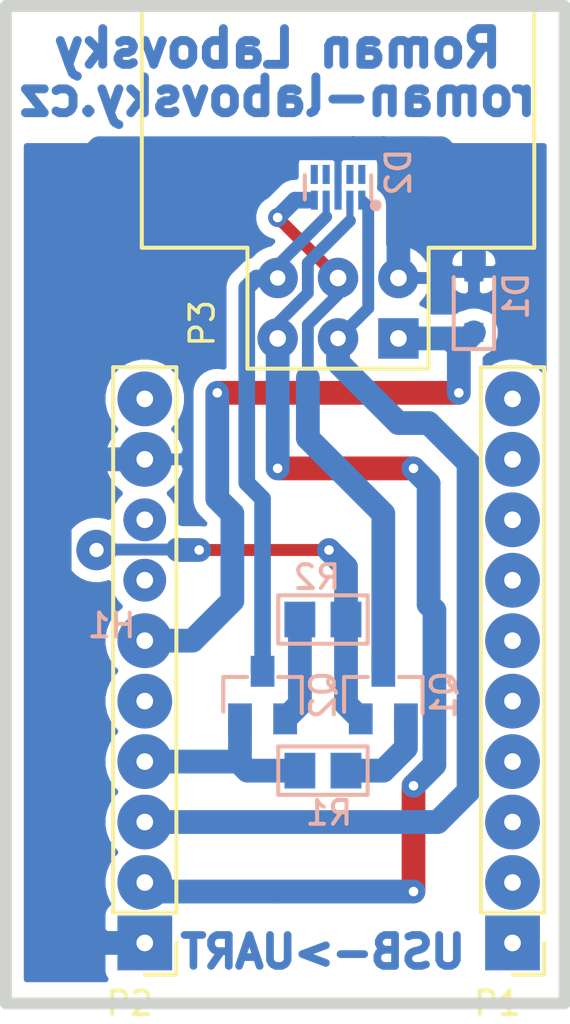
<source format=kicad_pcb>
(kicad_pcb (version 20171130) (host pcbnew "(5.1.6)-1")

  (general
    (thickness 1.6)
    (drawings 8)
    (tracks 124)
    (zones 0)
    (modules 10)
    (nets 29)
  )

  (page A4)
  (layers
    (0 F.Cu signal)
    (31 B.Cu signal)
    (32 B.Adhes user)
    (33 F.Adhes user)
    (34 B.Paste user)
    (35 F.Paste user)
    (36 B.SilkS user)
    (37 F.SilkS user)
    (38 B.Mask user hide)
    (39 F.Mask user)
    (40 Dwgs.User user)
    (41 Cmts.User user)
    (42 Eco1.User user)
    (43 Eco2.User user)
    (44 Edge.Cuts user)
    (45 Margin user)
    (46 B.CrtYd user hide)
    (47 F.CrtYd user hide)
    (48 B.Fab user hide)
    (49 F.Fab user hide)
  )

  (setup
    (last_trace_width 1)
    (user_trace_width 0.3)
    (user_trace_width 0.4)
    (user_trace_width 0.5)
    (user_trace_width 1)
    (trace_clearance 0.2)
    (zone_clearance 0.5)
    (zone_45_only no)
    (trace_min 0.2)
    (via_size 0.8)
    (via_drill 0.4)
    (via_min_size 0.4)
    (via_min_drill 0.3)
    (uvia_size 0.3)
    (uvia_drill 0.1)
    (uvias_allowed no)
    (uvia_min_size 0.2)
    (uvia_min_drill 0.1)
    (edge_width 0.05)
    (segment_width 0.2)
    (pcb_text_width 0.3)
    (pcb_text_size 1.5 1.5)
    (mod_edge_width 0.12)
    (mod_text_size 1 1)
    (mod_text_width 0.15)
    (pad_size 2 2)
    (pad_drill 0.7)
    (pad_to_mask_clearance 0.05)
    (aux_axis_origin 0 0)
    (grid_origin 87.63 88.646)
    (visible_elements 7FFFFFFF)
    (pcbplotparams
      (layerselection 0x01000_fffffffe)
      (usegerberextensions false)
      (usegerberattributes true)
      (usegerberadvancedattributes true)
      (creategerberjobfile true)
      (excludeedgelayer false)
      (linewidth 0.100000)
      (plotframeref false)
      (viasonmask true)
      (mode 1)
      (useauxorigin false)
      (hpglpennumber 1)
      (hpglpenspeed 20)
      (hpglpendiameter 15.000000)
      (psnegative false)
      (psa4output false)
      (plotreference false)
      (plotvalue false)
      (plotinvisibletext false)
      (padsonsilk true)
      (subtractmaskfromsilk false)
      (outputformat 5)
      (mirror false)
      (drillshape 1)
      (scaleselection 1)
      (outputdirectory "D:/kicad/thomas_thermostat/usb-to-uart-converter-with-module/usb-to-uart-converter-with-module/export/"))
  )

  (net 0 "")
  (net 1 USB_+5V)
  (net 2 GND)
  (net 3 /EN)
  (net 4 /RXD)
  (net 5 "Net-(D2-Pad6)")
  (net 6 "Net-(D2-Pad7)")
  (net 7 /TXD)
  (net 8 /IO0)
  (net 9 "Net-(D2-Pad9)")
  (net 10 "Net-(D2-Pad10)")
  (net 11 /DTR)
  (net 12 "Net-(P1-Pad6)")
  (net 13 "Net-(P1-Pad2)")
  (net 14 "Net-(P1-Pad8)")
  (net 15 "Net-(P1-Pad5)")
  (net 16 "Net-(P1-Pad1)")
  (net 17 "Net-(P1-Pad4)")
  (net 18 "Net-(P1-Pad7)")
  (net 19 "Net-(P1-Pad10)")
  (net 20 "Net-(P1-Pad3)")
  (net 21 "Net-(P1-Pad9)")
  (net 22 "Net-(P2-Pad8)")
  (net 23 "Net-(P2-Pad5)")
  (net 24 /RTS)
  (net 25 "Net-(P2-Pad7)")
  (net 26 "Net-(P2-Pad10)")
  (net 27 "Net-(Q1-Pad1)")
  (net 28 "Net-(Q2-Pad1)")

  (net_class Default "This is the default net class."
    (clearance 0.2)
    (trace_width 0.25)
    (via_dia 0.8)
    (via_drill 0.4)
    (uvia_dia 0.3)
    (uvia_drill 0.1)
    (add_net /DTR)
    (add_net /EN)
    (add_net /IO0)
    (add_net /RTS)
    (add_net /RXD)
    (add_net /TXD)
    (add_net GND)
    (add_net "Net-(D2-Pad10)")
    (add_net "Net-(D2-Pad6)")
    (add_net "Net-(D2-Pad7)")
    (add_net "Net-(D2-Pad9)")
    (add_net "Net-(P1-Pad1)")
    (add_net "Net-(P1-Pad10)")
    (add_net "Net-(P1-Pad2)")
    (add_net "Net-(P1-Pad3)")
    (add_net "Net-(P1-Pad4)")
    (add_net "Net-(P1-Pad5)")
    (add_net "Net-(P1-Pad6)")
    (add_net "Net-(P1-Pad7)")
    (add_net "Net-(P1-Pad8)")
    (add_net "Net-(P1-Pad9)")
    (add_net "Net-(P2-Pad10)")
    (add_net "Net-(P2-Pad5)")
    (add_net "Net-(P2-Pad7)")
    (add_net "Net-(P2-Pad8)")
    (add_net "Net-(Q1-Pad1)")
    (add_net "Net-(Q2-Pad1)")
    (add_net USB_+5V)
  )

  (module connector_rl:2x3_pin_header_MLW06A (layer F.Cu) (tedit 6055E12F) (tstamp 6081B12D)
    (at 87.63 62.23 90)
    (path /60541775)
    (fp_text reference P3 (at -0.635 -5.715 90) (layer F.SilkS)
      (effects (font (size 1 1) (thickness 0.15)))
    )
    (fp_text value MLW06A (at 3.81 9.525 90) (layer F.Fab)
      (effects (font (size 1 1) (thickness 0.15)))
    )
    (fp_line (start -2.54 -2.54) (end -1.27 -3.81) (layer F.Fab) (width 0.1))
    (fp_line (start -2.54 3.81) (end -2.54 -2.54) (layer F.Fab) (width 0.1))
    (fp_line (start 2.54 3.81) (end -2.54 3.81) (layer F.Fab) (width 0.1))
    (fp_line (start 2.54 -3.81) (end 2.54 3.81) (layer F.Fab) (width 0.1))
    (fp_line (start -1.27 -3.81) (end 2.54 -3.81) (layer F.Fab) (width 0.1))
    (fp_line (start 3.048 -7.6) (end 3.048 7.6) (layer F.Fab) (width 0.12))
    (fp_line (start 3.048 7.6) (end 12.148 7.6) (layer F.Fab) (width 0.12))
    (fp_line (start 3.048 -7.64) (end 12.148 -7.64) (layer F.Fab) (width 0.12))
    (fp_line (start 12.148 -7.64) (end 12.148 7.6) (layer F.Fab) (width 0.12))
    (fp_line (start 12.1285 -2) (end 5 -2) (layer F.Fab) (width 0.12))
    (fp_line (start 12.1285 2) (end 5 2) (layer F.Fab) (width 0.12))
    (fp_line (start 5 2) (end 5 -2) (layer F.Fab) (width 0.12))
    (fp_line (start 12.7 -8.255) (end 12.7 8.255) (layer F.CrtYd) (width 0.12))
    (fp_line (start 12.7 -8.255) (end 2.54 -8.255) (layer F.SilkS) (width 0.17))
    (fp_line (start 2.54 -8.255) (end 2.54 -3.81) (layer F.SilkS) (width 0.17))
    (fp_line (start 2.54 -3.81) (end -2.54 -3.81) (layer F.SilkS) (width 0.17))
    (fp_line (start -2.54 -3.81) (end -2.54 3.81) (layer F.SilkS) (width 0.17))
    (fp_line (start -2.54 3.81) (end 2.54 3.81) (layer F.SilkS) (width 0.17))
    (fp_line (start 2.54 3.81) (end 2.54 8.255) (layer F.SilkS) (width 0.17))
    (fp_line (start 2.54 8.255) (end 12.7 8.255) (layer F.SilkS) (width 0.17))
    (fp_line (start 12.7 8.255) (end 12.7 -8.255) (layer F.SilkS) (width 0.17))
    (fp_line (start 12.7 -8.255) (end 2.54 -8.255) (layer F.CrtYd) (width 0.12))
    (fp_line (start 2.54 -8.255) (end 2.54 -3.81) (layer F.CrtYd) (width 0.12))
    (fp_line (start 2.54 -3.81) (end -2.54 -3.81) (layer F.CrtYd) (width 0.12))
    (fp_line (start -2.54 -3.81) (end -2.54 3.81) (layer F.CrtYd) (width 0.12))
    (fp_line (start -2.54 3.81) (end 2.54 3.81) (layer F.CrtYd) (width 0.12))
    (fp_line (start 2.54 3.81) (end 2.54 8.255) (layer F.CrtYd) (width 0.12))
    (fp_line (start 2.54 8.255) (end 12.7 8.255) (layer F.CrtYd) (width 0.12))
    (fp_text user %R (at 6.35 0) (layer F.Fab)
      (effects (font (size 1 1) (thickness 0.15)))
    )
    (pad 2 thru_hole oval (at 1.27 2.54 90) (size 1.7 1.7) (drill 0.7) (layers *.Cu *.Mask)
      (net 2 GND))
    (pad 4 thru_hole oval (at 1.27 0 90) (size 1.7 1.7) (drill 0.7) (layers *.Cu *.Mask)
      (net 8 /IO0))
    (pad 3 thru_hole oval (at -1.27 0 90) (size 1.7 1.7) (drill 0.65) (layers *.Cu *.Mask)
      (net 4 /RXD))
    (pad 1 thru_hole rect (at -1.27 2.54 90) (size 1.7 1.7) (drill 0.7) (layers *.Cu *.Mask)
      (net 1 USB_+5V))
    (pad 6 thru_hole oval (at 1.27 -2.54 90) (size 1.7 1.7) (drill 0.65) (layers *.Cu *.Mask)
      (net 3 /EN))
    (pad 5 thru_hole oval (at -1.27 -2.54 90) (size 1.7 1.7) (drill 0.7) (layers *.Cu *.Mask)
      (net 7 /TXD))
  )

  (module resistor_smd_rl:r_0805 (layer B.Cu) (tedit 605519C7) (tstamp 6073DDB3)
    (at 86.995 75.311 180)
    (descr "SMD 0805")
    (tags "smd 0805")
    (path /6167226F)
    (fp_text reference R2 (at 0.254 1.778 180) (layer B.SilkS)
      (effects (font (size 1 1) (thickness 0.17)) (justify mirror))
    )
    (fp_text value 10k (at 0 -1.778 180) (layer B.Fab)
      (effects (font (size 1 1) (thickness 0.15)) (justify mirror))
    )
    (fp_line (start -1.88 -1.016) (end -1.88 1.016) (layer B.CrtYd) (width 0.05))
    (fp_line (start -1 -0.6) (end -1 0.6) (layer B.Fab) (width 0.1))
    (fp_line (start 1 -0.6) (end -1 -0.6) (layer B.Fab) (width 0.1))
    (fp_line (start -1.88 -1.016) (end 1.88 -1.016) (layer B.SilkS) (width 0.17))
    (fp_line (start -1.88 1.016) (end 1.88 1.016) (layer B.CrtYd) (width 0.05))
    (fp_line (start 1.88 1.016) (end 1.88 -1.016) (layer B.CrtYd) (width 0.05))
    (fp_line (start 1.88 -1.016) (end -1.88 -1.016) (layer B.CrtYd) (width 0.05))
    (fp_line (start -1 0.6) (end 1 0.6) (layer B.Fab) (width 0.1))
    (fp_line (start 1 0.6) (end 1 -0.6) (layer B.Fab) (width 0.1))
    (fp_line (start -1.88 1.016) (end 1.88 1.016) (layer B.SilkS) (width 0.17))
    (fp_line (start 1.88 -1.016) (end 1.88 1.016) (layer B.SilkS) (width 0.17))
    (fp_line (start -1.88 -1.016) (end -1.88 1.016) (layer B.SilkS) (width 0.17))
    (fp_text user %R (at 0 0 180) (layer B.Fab)
      (effects (font (size 0.5 0.5) (thickness 0.08)) (justify mirror))
    )
    (pad 1 smd rect (at -0.97 0 180) (size 1.3 1.5) (layers B.Cu B.Paste B.Mask)
      (net 11 /DTR))
    (pad 2 smd rect (at 0.97 0 180) (size 1.3 1.5) (layers B.Cu B.Paste B.Mask)
      (net 28 "Net-(Q2-Pad1)"))
  )

  (module resistor_smd_rl:r_0805 (layer B.Cu) (tedit 605519C7) (tstamp 6081DECB)
    (at 86.995 81.661)
    (descr "SMD 0805")
    (tags "smd 0805")
    (path /616738E5)
    (fp_text reference R1 (at 0.254 1.778 180) (layer B.SilkS)
      (effects (font (size 1 1) (thickness 0.17)) (justify mirror))
    )
    (fp_text value 10k (at 0 -1.778 180) (layer B.Fab)
      (effects (font (size 1 1) (thickness 0.15)) (justify mirror))
    )
    (fp_line (start -1.88 -1.016) (end -1.88 1.016) (layer B.CrtYd) (width 0.05))
    (fp_line (start -1 -0.6) (end -1 0.6) (layer B.Fab) (width 0.1))
    (fp_line (start 1 -0.6) (end -1 -0.6) (layer B.Fab) (width 0.1))
    (fp_line (start -1.88 -1.016) (end 1.88 -1.016) (layer B.SilkS) (width 0.17))
    (fp_line (start -1.88 1.016) (end 1.88 1.016) (layer B.CrtYd) (width 0.05))
    (fp_line (start 1.88 1.016) (end 1.88 -1.016) (layer B.CrtYd) (width 0.05))
    (fp_line (start 1.88 -1.016) (end -1.88 -1.016) (layer B.CrtYd) (width 0.05))
    (fp_line (start -1 0.6) (end 1 0.6) (layer B.Fab) (width 0.1))
    (fp_line (start 1 0.6) (end 1 -0.6) (layer B.Fab) (width 0.1))
    (fp_line (start -1.88 1.016) (end 1.88 1.016) (layer B.SilkS) (width 0.17))
    (fp_line (start 1.88 -1.016) (end 1.88 1.016) (layer B.SilkS) (width 0.17))
    (fp_line (start -1.88 -1.016) (end -1.88 1.016) (layer B.SilkS) (width 0.17))
    (fp_text user %R (at 0 0 180) (layer B.Fab)
      (effects (font (size 0.5 0.5) (thickness 0.08)) (justify mirror))
    )
    (pad 1 smd rect (at -0.97 0) (size 1.3 1.5) (layers B.Cu B.Paste B.Mask)
      (net 24 /RTS))
    (pad 2 smd rect (at 0.97 0) (size 1.3 1.5) (layers B.Cu B.Paste B.Mask)
      (net 27 "Net-(Q1-Pad1)"))
  )

  (module package_sot_rl:sot_23_3 (layer B.Cu) (tedit 60552710) (tstamp 6073D546)
    (at 84.455 78.486 90)
    (descr "Package SOT 23-3")
    (tags "sot 23-3")
    (path /615BDB16)
    (fp_text reference Q2 (at 0 2.54 90) (layer B.SilkS)
      (effects (font (size 1 1) (thickness 0.17)) (justify mirror))
    )
    (fp_text value MMBT2222 (at 0 -2.54 90) (layer B.Fab)
      (effects (font (size 1 1) (thickness 0.15)) (justify mirror))
    )
    (fp_line (start -0.7 -1.52) (end 0.7 -1.52) (layer B.Fab) (width 0.1))
    (fp_line (start 1.7 1.75) (end 1.7 -1.75) (layer B.CrtYd) (width 0.05))
    (fp_line (start 0.76 -1.651) (end -0.7 -1.651) (layer B.SilkS) (width 0.17))
    (fp_line (start 1.7 -1.75) (end -1.7 -1.75) (layer B.CrtYd) (width 0.05))
    (fp_line (start -0.7 0.95) (end -0.7 -1.5) (layer B.Fab) (width 0.1))
    (fp_line (start -0.15 1.52) (end 0.7 1.52) (layer B.Fab) (width 0.1))
    (fp_line (start 0.76 1.651) (end 0.76 0.65) (layer B.SilkS) (width 0.17))
    (fp_line (start -0.7 0.95) (end -0.15 1.52) (layer B.Fab) (width 0.1))
    (fp_line (start 0.762 -1.651) (end 0.76 -0.65) (layer B.SilkS) (width 0.17))
    (fp_line (start -1.7 1.75) (end 1.7 1.75) (layer B.CrtYd) (width 0.05))
    (fp_line (start -1.7 -1.75) (end -1.7 1.75) (layer B.CrtYd) (width 0.05))
    (fp_line (start 0.762 1.651) (end -0.762 1.651) (layer B.SilkS) (width 0.17))
    (fp_line (start 0.7 1.52) (end 0.7 -1.52) (layer B.Fab) (width 0.1))
    (fp_text user %R (at 0 0 180) (layer B.Fab)
      (effects (font (size 0.5 0.5) (thickness 0.075)) (justify mirror))
    )
    (pad 1 smd rect (at -1 0.95 90) (size 1.3 1) (layers B.Cu B.Paste B.Mask)
      (net 28 "Net-(Q2-Pad1)"))
    (pad 3 smd rect (at 1 0 90) (size 1.3 1) (layers B.Cu B.Paste B.Mask)
      (net 3 /EN))
    (pad 2 smd rect (at -1 -0.95 90) (size 1.3 1) (layers B.Cu B.Paste B.Mask)
      (net 24 /RTS))
  )

  (module package_sot_rl:sot_23_3 (layer B.Cu) (tedit 60552710) (tstamp 6073D531)
    (at 89.535 78.486 90)
    (descr "Package SOT 23-3")
    (tags "sot 23-3")
    (path /615BF4E1)
    (fp_text reference Q1 (at 0 2.54 90) (layer B.SilkS)
      (effects (font (size 1 1) (thickness 0.17)) (justify mirror))
    )
    (fp_text value MMBT2222 (at 0 -2.54 90) (layer B.Fab)
      (effects (font (size 1 1) (thickness 0.15)) (justify mirror))
    )
    (fp_line (start -0.7 -1.52) (end 0.7 -1.52) (layer B.Fab) (width 0.1))
    (fp_line (start 1.7 1.75) (end 1.7 -1.75) (layer B.CrtYd) (width 0.05))
    (fp_line (start 0.76 -1.651) (end -0.7 -1.651) (layer B.SilkS) (width 0.17))
    (fp_line (start 1.7 -1.75) (end -1.7 -1.75) (layer B.CrtYd) (width 0.05))
    (fp_line (start -0.7 0.95) (end -0.7 -1.5) (layer B.Fab) (width 0.1))
    (fp_line (start -0.15 1.52) (end 0.7 1.52) (layer B.Fab) (width 0.1))
    (fp_line (start 0.76 1.651) (end 0.76 0.65) (layer B.SilkS) (width 0.17))
    (fp_line (start -0.7 0.95) (end -0.15 1.52) (layer B.Fab) (width 0.1))
    (fp_line (start 0.762 -1.651) (end 0.76 -0.65) (layer B.SilkS) (width 0.17))
    (fp_line (start -1.7 1.75) (end 1.7 1.75) (layer B.CrtYd) (width 0.05))
    (fp_line (start -1.7 -1.75) (end -1.7 1.75) (layer B.CrtYd) (width 0.05))
    (fp_line (start 0.762 1.651) (end -0.762 1.651) (layer B.SilkS) (width 0.17))
    (fp_line (start 0.7 1.52) (end 0.7 -1.52) (layer B.Fab) (width 0.1))
    (fp_text user %R (at 0 0 180) (layer B.Fab)
      (effects (font (size 0.5 0.5) (thickness 0.075)) (justify mirror))
    )
    (pad 1 smd rect (at -1 0.95 90) (size 1.3 1) (layers B.Cu B.Paste B.Mask)
      (net 27 "Net-(Q1-Pad1)"))
    (pad 3 smd rect (at 1 0 90) (size 1.3 1) (layers B.Cu B.Paste B.Mask)
      (net 8 /IO0))
    (pad 2 smd rect (at -1 -0.95 90) (size 1.3 1) (layers B.Cu B.Paste B.Mask)
      (net 11 /DTR))
  )

  (module connector_rl:1x10_pin_header (layer F.Cu) (tedit 6081E0D5) (tstamp 6081C885)
    (at 79.5 77.47 180)
    (descr "Pin header 1x10")
    (tags "pin header 1x10")
    (path /60536DDE)
    (fp_text reference P2 (at 0.635 -13.97) (layer F.SilkS)
      (effects (font (size 1 1) (thickness 0.17)))
    )
    (fp_text value 1x10_pin_header (at 0.635 13.97) (layer F.Fab)
      (effects (font (size 1 1) (thickness 0.15)))
    )
    (fp_line (start -1.33 -11.43) (end -1.33 -12.76) (layer F.SilkS) (width 0.17))
    (fp_line (start -0.635 -12.7) (end 1.27 -12.7) (layer F.Fab) (width 0.1))
    (fp_line (start -1.33 -10.16) (end 1.33 -10.16) (layer F.SilkS) (width 0.17))
    (fp_line (start -1.27 -12.065) (end -0.635 -12.7) (layer F.Fab) (width 0.1))
    (fp_line (start 1.27 -12.7) (end 1.27 12.7) (layer F.Fab) (width 0.1))
    (fp_line (start 1.8 13.22) (end 1.8 -13.23) (layer F.CrtYd) (width 0.05))
    (fp_line (start -1.27 12.7) (end -1.27 -12.065) (layer F.Fab) (width 0.1))
    (fp_line (start -1.33 -12.76) (end 0 -12.76) (layer F.SilkS) (width 0.17))
    (fp_line (start 1.27 12.7) (end -1.27 12.7) (layer F.Fab) (width 0.1))
    (fp_line (start -1.8 13.22) (end 1.8 13.22) (layer F.CrtYd) (width 0.05))
    (fp_line (start 1.33 -10.16) (end 1.33 12.76) (layer F.SilkS) (width 0.17))
    (fp_line (start -1.8 -13.23) (end -1.8 13.22) (layer F.CrtYd) (width 0.05))
    (fp_line (start -1.33 12.76) (end 1.33 12.76) (layer F.SilkS) (width 0.17))
    (fp_line (start -1.33 -10.16) (end -1.33 12.76) (layer F.SilkS) (width 0.17))
    (fp_line (start 1.8 -13.23) (end -1.8 -13.23) (layer F.CrtYd) (width 0.05))
    (fp_text user %R (at 0 0 90) (layer F.Fab)
      (effects (font (size 1 1) (thickness 0.15)))
    )
    (pad 6 thru_hole oval (at 0 1.27 180) (size 2.3 2.3) (drill 0.7) (layers *.Cu *.Mask)
      (net 1 USB_+5V))
    (pad 2 thru_hole oval (at 0 -8.89 180) (size 2.3 2.3) (drill 0.7) (layers *.Cu *.Mask)
      (net 7 /TXD))
    (pad 8 thru_hole oval (at 0 6.35 180) (size 1.8 1.8) (drill 0.7) (layers *.Cu *.Mask)
      (net 22 "Net-(P2-Pad8)"))
    (pad 5 thru_hole oval (at 0 -1.27 180) (size 2.3 2.3) (drill 0.7) (layers *.Cu *.Mask)
      (net 23 "Net-(P2-Pad5)"))
    (pad 1 thru_hole rect (at 0 -11.43 180) (size 2.3 2.3) (drill 0.7) (layers *.Cu *.Mask)
      (net 2 GND))
    (pad 4 thru_hole oval (at 0 -3.81 180) (size 2.3 2.3) (drill 0.7) (layers *.Cu *.Mask)
      (net 24 /RTS))
    (pad 7 thru_hole oval (at 0 3.81 180) (size 1.8 1.8) (drill 0.7) (layers *.Cu *.Mask)
      (net 25 "Net-(P2-Pad7)"))
    (pad 10 thru_hole oval (at 0 11.43 180) (size 2.3 2.3) (drill 0.7) (layers *.Cu *.Mask)
      (net 26 "Net-(P2-Pad10)"))
    (pad 3 thru_hole oval (at 0 -6.35 180) (size 2.3 2.3) (drill 0.7) (layers *.Cu *.Mask)
      (net 4 /RXD))
    (pad 9 thru_hole oval (at 0 8.89 180) (size 2.3 2.3) (drill 0.7) (layers *.Cu *.Mask)
      (net 2 GND))
  )

  (module connector_rl:1x10_pin_header (layer F.Cu) (tedit 6081B849) (tstamp 6073D4D7)
    (at 94.97 77.47 180)
    (descr "Pin header 1x10")
    (tags "pin header 1x10")
    (path /60538292)
    (fp_text reference P1 (at 0.635 -13.97) (layer F.SilkS)
      (effects (font (size 1 1) (thickness 0.17)))
    )
    (fp_text value 1x10_pin_header (at 0.635 13.97) (layer F.Fab)
      (effects (font (size 1 1) (thickness 0.15)))
    )
    (fp_line (start -1.33 -11.43) (end -1.33 -12.76) (layer F.SilkS) (width 0.17))
    (fp_line (start -0.635 -12.7) (end 1.27 -12.7) (layer F.Fab) (width 0.1))
    (fp_line (start -1.33 -10.16) (end 1.33 -10.16) (layer F.SilkS) (width 0.17))
    (fp_line (start -1.27 -12.065) (end -0.635 -12.7) (layer F.Fab) (width 0.1))
    (fp_line (start 1.27 -12.7) (end 1.27 12.7) (layer F.Fab) (width 0.1))
    (fp_line (start 1.8 13.22) (end 1.8 -13.23) (layer F.CrtYd) (width 0.05))
    (fp_line (start -1.27 12.7) (end -1.27 -12.065) (layer F.Fab) (width 0.1))
    (fp_line (start -1.33 -12.76) (end 0 -12.76) (layer F.SilkS) (width 0.17))
    (fp_line (start 1.27 12.7) (end -1.27 12.7) (layer F.Fab) (width 0.1))
    (fp_line (start -1.8 13.22) (end 1.8 13.22) (layer F.CrtYd) (width 0.05))
    (fp_line (start 1.33 -10.16) (end 1.33 12.76) (layer F.SilkS) (width 0.17))
    (fp_line (start -1.8 -13.23) (end -1.8 13.22) (layer F.CrtYd) (width 0.05))
    (fp_line (start -1.33 12.76) (end 1.33 12.76) (layer F.SilkS) (width 0.17))
    (fp_line (start -1.33 -10.16) (end -1.33 12.76) (layer F.SilkS) (width 0.17))
    (fp_line (start 1.8 -13.23) (end -1.8 -13.23) (layer F.CrtYd) (width 0.05))
    (fp_text user %R (at 0 0 90) (layer F.Fab)
      (effects (font (size 1 1) (thickness 0.15)))
    )
    (pad 6 thru_hole oval (at 0 1.27 180) (size 2.3 2.3) (drill 0.7) (layers *.Cu *.Mask)
      (net 12 "Net-(P1-Pad6)"))
    (pad 2 thru_hole oval (at 0 -8.89 180) (size 2.3 2.3) (drill 0.7) (layers *.Cu *.Mask)
      (net 13 "Net-(P1-Pad2)"))
    (pad 8 thru_hole oval (at 0 6.35 180) (size 2.3 2.3) (drill 0.7) (layers *.Cu *.Mask)
      (net 14 "Net-(P1-Pad8)"))
    (pad 5 thru_hole oval (at 0 -1.27 180) (size 2.3 2.3) (drill 0.7) (layers *.Cu *.Mask)
      (net 15 "Net-(P1-Pad5)"))
    (pad 1 thru_hole rect (at 0 -11.43 180) (size 2.3 2.3) (drill 0.7) (layers *.Cu *.Mask)
      (net 16 "Net-(P1-Pad1)"))
    (pad 4 thru_hole oval (at 0 -3.81 180) (size 2.3 2.3) (drill 0.7) (layers *.Cu *.Mask)
      (net 17 "Net-(P1-Pad4)"))
    (pad 7 thru_hole oval (at 0 3.81 180) (size 2.3 2.3) (drill 0.7) (layers *.Cu *.Mask)
      (net 18 "Net-(P1-Pad7)"))
    (pad 10 thru_hole oval (at 0 11.43 180) (size 2.3 2.3) (drill 0.7) (layers *.Cu *.Mask)
      (net 19 "Net-(P1-Pad10)"))
    (pad 3 thru_hole oval (at 0 -6.35 180) (size 2.3 2.3) (drill 0.7) (layers *.Cu *.Mask)
      (net 20 "Net-(P1-Pad3)"))
    (pad 9 thru_hole oval (at 0 8.89 180) (size 2.3 2.3) (drill 0.7) (layers *.Cu *.Mask)
      (net 21 "Net-(P1-Pad9)"))
  )

  (module mounting_hole_pad_rl:mounting_hole_1,6mm_4mm_pad (layer B.Cu) (tedit 6074B3BF) (tstamp 6083E6B4)
    (at 77.47 72.39)
    (path /60547C49)
    (fp_text reference H1 (at 0.635 3.175) (layer B.SilkS)
      (effects (font (size 1 1) (thickness 0.17)) (justify mirror))
    )
    (fp_text value MountingHole_Pad (at 0 -3.81) (layer B.Fab)
      (effects (font (size 1 1) (thickness 0.15)) (justify mirror))
    )
    (fp_circle (center 0 0) (end 2.45 0) (layer B.CrtYd) (width 0.05))
    (fp_circle (center 0 0) (end 2.2 0) (layer Cmts.User) (width 0.15))
    (fp_text user %R (at 0.3 0) (layer B.Fab)
      (effects (font (size 1 1) (thickness 0.15)) (justify mirror))
    )
    (pad 1 thru_hole circle (at 0 0) (size 1.7 1.7) (drill 0.6) (layers *.Cu *.Mask)
      (net 11 /DTR))
  )

  (module package_dfn_rl:dfn_2510a_10 (layer B.Cu) (tedit 6072FDF0) (tstamp 6073D4B1)
    (at 87.63 57.15 90)
    (path /6054AC85)
    (fp_text reference D2 (at 0.635 2.54 90) (layer B.SilkS)
      (effects (font (size 1 1) (thickness 0.17)) (justify mirror))
    )
    (fp_text value PHDMI2AB4Z (at 0 -2.54 90) (layer B.Fab)
      (effects (font (size 1 1) (thickness 0.15)) (justify mirror))
    )
    (fp_line (start -0.25 1.25) (end -0.5 1) (layer B.Fab) (width 0.1))
    (fp_line (start 0.95 -1.5) (end -0.95 -1.5) (layer B.CrtYd) (width 0.05))
    (fp_line (start -0.95 -1.5) (end -0.95 1.5) (layer B.CrtYd) (width 0.05))
    (fp_line (start 0.5 1.25) (end 0.5 -1.25) (layer B.Fab) (width 0.1))
    (fp_line (start -0.5 -1.25) (end 0.5 -1.25) (layer B.Fab) (width 0.1))
    (fp_line (start 0.508 -1.397) (end -0.508 -1.397) (layer B.SilkS) (width 0.17))
    (fp_line (start 0.5 1.25) (end -0.25 1.25) (layer B.Fab) (width 0.1))
    (fp_line (start -0.5 1) (end -0.5 -1.25) (layer B.Fab) (width 0.1))
    (fp_line (start -0.95 1.5) (end 0.95 1.5) (layer B.CrtYd) (width 0.05))
    (fp_line (start 0.95 1.5) (end 0.95 -1.5) (layer B.CrtYd) (width 0.05))
    (fp_line (start 0.508 1.397) (end -0.1905 1.397) (layer B.SilkS) (width 0.17))
    (fp_line (start -0.1905 1.397) (end -0.508 1.397) (layer B.SilkS) (width 0.17))
    (fp_circle (center -0.762 1.5875) (end -0.762 1.397) (layer B.SilkS) (width 0.12))
    (fp_circle (center -0.762 1.5875) (end -0.762 1.4605) (layer B.SilkS) (width 0.12))
    (fp_circle (center -0.762 1.5875) (end -0.762 1.524) (layer B.SilkS) (width 0.12))
    (fp_text user %R (at 0 0 180) (layer B.Fab)
      (effects (font (size 0.55 0.55) (thickness 0.1)) (justify mirror))
    )
    (pad 4 smd rect (at -0.54 -0.5 180) (size 0.3 0.8) (layers B.Cu B.Paste B.Mask)
      (net 3 /EN))
    (pad 1 smd rect (at -0.54 1 180) (size 0.3 0.8) (layers B.Cu B.Paste B.Mask)
      (net 4 /RXD))
    (pad 6 smd rect (at 0.54 -1 180) (size 0.3 0.8) (layers B.Cu B.Paste B.Mask)
      (net 5 "Net-(D2-Pad6)"))
    (pad 7 smd rect (at 0.54 -0.5 180) (size 0.3 0.8) (layers B.Cu B.Paste B.Mask)
      (net 6 "Net-(D2-Pad7)"))
    (pad 3 smd rect (at -0.54 0 180) (size 0.3 0.8) (layers B.Cu B.Paste B.Mask)
      (net 2 GND))
    (pad 2 smd rect (at -0.54 0.5 180) (size 0.3 0.8) (layers B.Cu B.Paste B.Mask)
      (net 7 /TXD))
    (pad 5 smd rect (at -0.54 -1 180) (size 0.3 0.8) (layers B.Cu B.Paste B.Mask)
      (net 8 /IO0))
    (pad 8 smd rect (at 0.54 0 180) (size 0.3 0.8) (layers B.Cu B.Paste B.Mask)
      (net 2 GND))
    (pad 9 smd rect (at 0.54 0.5 180) (size 0.3 0.8) (layers B.Cu B.Paste B.Mask)
      (net 9 "Net-(D2-Pad9)"))
    (pad 10 smd rect (at 0.54 1 180) (size 0.3 0.8) (layers B.Cu B.Paste B.Mask)
      (net 10 "Net-(D2-Pad10)"))
  )

  (module diode_smd_rl:sod_323 (layer B.Cu) (tedit 60551941) (tstamp 6073D493)
    (at 93.345 61.976 90)
    (descr "Package SOD 323")
    (tags "sod 323")
    (path /605502E6)
    (fp_text reference D1 (at 0.254 1.778 90) (layer B.SilkS)
      (effects (font (size 1 1) (thickness 0.17)) (justify mirror))
    )
    (fp_text value SD05.TCT (at 0.254 -1.778 90) (layer B.Fab)
      (effects (font (size 1 1) (thickness 0.15)) (justify mirror))
    )
    (fp_line (start 1.778 0.95) (end 1.778 -0.95) (layer B.CrtYd) (width 0.05))
    (fp_line (start -0.3 0.35) (end -0.3 -0.35) (layer B.Fab) (width 0.1))
    (fp_line (start -0.3 0) (end 0.2 0.35) (layer B.Fab) (width 0.1))
    (fp_line (start 0.9 -0.7) (end -0.9 -0.7) (layer B.Fab) (width 0.1))
    (fp_line (start -0.3 0) (end -0.5 0) (layer B.Fab) (width 0.1))
    (fp_line (start 0.2 0.35) (end 0.2 -0.35) (layer B.Fab) (width 0.1))
    (fp_line (start -1.9685 0.85) (end -1.9685 -0.85) (layer B.SilkS) (width 0.17))
    (fp_line (start -0.9 0.7) (end 0.9 0.7) (layer B.Fab) (width 0.1))
    (fp_line (start -1.9685 -0.85) (end 1.05 -0.85) (layer B.SilkS) (width 0.17))
    (fp_line (start -1.905 -0.9525) (end 1.778 -0.95) (layer B.CrtYd) (width 0.05))
    (fp_line (start -1.9685 0.85) (end 1.05 0.85) (layer B.SilkS) (width 0.17))
    (fp_line (start 0.2 -0.35) (end -0.3 0) (layer B.Fab) (width 0.1))
    (fp_line (start -0.9 -0.7) (end -0.9 0.7) (layer B.Fab) (width 0.1))
    (fp_line (start 0.2 0) (end 0.45 0) (layer B.Fab) (width 0.1))
    (fp_line (start 0.9 0.7) (end 0.9 -0.7) (layer B.Fab) (width 0.1))
    (fp_line (start -1.905 0.9525) (end 1.778 0.9525) (layer B.CrtYd) (width 0.05))
    (fp_line (start -1.905 0.9525) (end -1.905 -0.9525) (layer B.CrtYd) (width 0.05))
    (fp_text user REF** (at 0.254 1.778 90) (layer B.Fab)
      (effects (font (size 1 1) (thickness 0.15)) (justify mirror))
    )
    (pad 1 smd rect (at -1.27 0 90) (size 0.8 0.8) (layers B.Cu B.Paste B.Mask)
      (net 1 USB_+5V))
    (pad 2 smd rect (at 1.27 0 90) (size 0.8 0.8) (layers B.Cu B.Paste B.Mask)
      (net 2 GND))
  )

  (gr_text USB->UART (at 86.995 89.281) (layer B.Cu) (tstamp 6082004A)
    (effects (font (size 1.3 1.3) (thickness 0.325)) (justify mirror))
  )
  (gr_text "Roman Labovsky" (at 85.09 51.308) (layer B.Cu)
    (effects (font (size 1.5 1.5) (thickness 0.375)) (justify mirror))
  )
  (gr_text roman-labovsky.cz (at 85.09 53.34) (layer B.Cu)
    (effects (font (size 1.5 1.5) (thickness 0.375)) (justify mirror))
  )
  (gr_line (start 73.66 49.53) (end 73.66 91.44) (layer Edge.Cuts) (width 0.5))
  (gr_line (start 86.995 49.53) (end 73.66 49.53) (layer Edge.Cuts) (width 0.5))
  (gr_line (start 97.155 49.53) (end 86.995 49.53) (layer Edge.Cuts) (width 0.5))
  (gr_line (start 97.155 91.44) (end 97.155 49.53) (layer Edge.Cuts) (width 0.5) (tstamp 6081FD20))
  (gr_line (start 73.66 91.44) (end 97.155 91.44) (layer Edge.Cuts) (width 0.5))

  (segment (start 93.091 63.5) (end 93.345 63.246) (width 1) (layer B.Cu) (net 1))
  (segment (start 90.17 63.5) (end 92.329 63.5) (width 1) (layer B.Cu) (net 1))
  (segment (start 92.329 63.5) (end 93.091 63.5) (width 1) (layer B.Cu) (net 1))
  (via (at 82.55 65.786) (size 0.8) (drill 0.4) (layers F.Cu B.Cu) (net 1) (tstamp 6081FFA6))
  (via (at 92.71 65.786) (size 0.8) (drill 0.4) (layers F.Cu B.Cu) (net 1))
  (segment (start 92.71 63.881) (end 92.329 63.5) (width 1) (layer B.Cu) (net 1))
  (segment (start 92.71 65.786) (end 92.71 63.881) (width 1) (layer B.Cu) (net 1))
  (segment (start 82.55 65.786) (end 92.71 65.786) (width 1) (layer F.Cu) (net 1))
  (segment (start 83.185 74.522345) (end 83.185 70.866) (width 1) (layer B.Cu) (net 1))
  (segment (start 79.5 76.2) (end 81.507345 76.2) (width 1) (layer B.Cu) (net 1))
  (segment (start 81.507345 76.2) (end 83.185 74.522345) (width 1) (layer B.Cu) (net 1))
  (segment (start 82.55 65.786) (end 82.55 69.342) (width 1) (layer B.Cu) (net 1))
  (segment (start 82.55 70.231) (end 82.55 69.342) (width 1) (layer B.Cu) (net 1))
  (segment (start 83.185 70.866) (end 82.55 70.231) (width 1) (layer B.Cu) (net 1))
  (segment (start 87.63 57.69) (end 87.63 56.61) (width 0.3) (layer B.Cu) (net 2))
  (segment (start 87.63 56.61) (end 87.63 55.88) (width 0.3) (layer B.Cu) (net 2))
  (segment (start 87.63 55.88) (end 88.265 55.245) (width 0.5) (layer B.Cu) (net 2))
  (segment (start 89.535 55.245) (end 90.17 55.88) (width 0.5) (layer B.Cu) (net 2))
  (segment (start 86.878999 55.509999) (end 89.418999 55.509999) (width 1) (layer B.Cu) (net 2))
  (segment (start 90.17 55.626) (end 90.286001 55.509999) (width 1) (layer B.Cu) (net 2))
  (segment (start 90.17 60.96) (end 90.17 55.626) (width 1) (layer B.Cu) (net 2))
  (segment (start 90.286001 55.509999) (end 86.878999 55.509999) (width 1) (layer B.Cu) (net 2))
  (segment (start 79.5 88.9) (end 77.724 88.9) (width 1) (layer B.Cu) (net 2))
  (segment (start 75.919999 68.606001) (end 75.946 68.58) (width 1) (layer B.Cu) (net 2))
  (segment (start 75.919999 87.095999) (end 75.919999 68.606001) (width 1) (layer B.Cu) (net 2))
  (segment (start 77.724 88.9) (end 75.919999 87.095999) (width 1) (layer B.Cu) (net 2))
  (segment (start 79.5 68.58) (end 75.946 68.58) (width 1) (layer B.Cu) (net 2))
  (segment (start 75.919999 68.606001) (end 75.919999 57.176001) (width 1) (layer B.Cu) (net 2))
  (segment (start 75.919999 57.176001) (end 77.586001 55.509999) (width 1) (layer B.Cu) (net 2))
  (segment (start 77.586001 55.509999) (end 86.878999 55.509999) (width 1) (layer B.Cu) (net 2))
  (segment (start 91.323999 55.509999) (end 90.286001 55.509999) (width 1) (layer B.Cu) (net 2))
  (segment (start 93.345 60.706) (end 93.345 56.896) (width 1) (layer B.Cu) (net 2))
  (segment (start 91.958999 55.509999) (end 90.286001 55.509999) (width 1) (layer B.Cu) (net 2))
  (segment (start 93.345 56.896) (end 91.958999 55.509999) (width 1) (layer B.Cu) (net 2))
  (segment (start 95.224 65.786) (end 94.97 66.04) (width 1) (layer B.Cu) (net 19))
  (segment (start 85.09 60.43) (end 85.09 60.96) (width 0.3) (layer B.Cu) (net 3))
  (segment (start 87.13 58.39) (end 85.09 60.43) (width 0.5) (layer B.Cu) (net 3))
  (segment (start 87.13 57.69) (end 87.13 58.39) (width 0.3) (layer B.Cu) (net 3))
  (segment (start 84.455 77.486) (end 84.455 77.216) (width 1) (layer B.Cu) (net 3))
  (segment (start 85.09 60.96) (end 84.582 60.96) (width 0.7) (layer B.Cu) (net 3))
  (segment (start 83.789999 61.371001) (end 84.201 60.96) (width 0.7) (layer B.Cu) (net 3))
  (segment (start 83.789999 69.565999) (end 83.789999 61.371001) (width 0.7) (layer B.Cu) (net 3))
  (segment (start 84.455 77.486) (end 84.455 70.231) (width 0.7) (layer B.Cu) (net 3))
  (segment (start 84.201 60.96) (end 85.09 60.96) (width 0.7) (layer B.Cu) (net 3))
  (segment (start 84.455 70.231) (end 83.789999 69.565999) (width 0.7) (layer B.Cu) (net 3))
  (segment (start 94.97 71.12) (end 94.615 71.12) (width 1) (layer B.Cu) (net 14))
  (segment (start 88.9 59.055) (end 88.9 62.23) (width 0.5) (layer B.Cu) (net 4))
  (segment (start 87.63 63.5) (end 88.9 62.23) (width 0.5) (layer B.Cu) (net 4))
  (segment (start 79.5 83.82) (end 90.551 83.82) (width 1) (layer B.Cu) (net 4))
  (segment (start 87.63 63.5) (end 87.63 64.516) (width 1) (layer B.Cu) (net 4))
  (segment (start 87.63 64.516) (end 90.17 67.056) (width 1) (layer B.Cu) (net 4))
  (segment (start 90.17 67.056) (end 91.44 67.056) (width 1) (layer B.Cu) (net 4))
  (segment (start 91.44 67.056) (end 93.119999 68.735999) (width 1) (layer B.Cu) (net 4))
  (segment (start 93.119999 68.735999) (end 93.119999 82.521001) (width 1) (layer B.Cu) (net 4))
  (segment (start 91.821 83.82) (end 90.551 83.82) (width 1) (layer B.Cu) (net 4))
  (segment (start 93.119999 82.521001) (end 91.821 83.82) (width 1) (layer B.Cu) (net 4))
  (segment (start 88.9 58.476458) (end 88.9 59.055) (width 0.5) (layer B.Cu) (net 4))
  (segment (start 88.63 57.69) (end 88.678 57.69) (width 0.3) (layer B.Cu) (net 4))
  (segment (start 88.9 57.912) (end 88.9 58.476458) (width 0.5) (layer B.Cu) (net 4))
  (segment (start 88.678 57.69) (end 88.9 57.912) (width 0.4) (layer B.Cu) (net 4))
  (segment (start 85.09 63.5) (end 85.09 62.865) (width 0.3) (layer B.Cu) (net 7))
  (segment (start 86.36 61.595) (end 86.36 60.453998) (width 0.5) (layer B.Cu) (net 7))
  (segment (start 86.36 60.453998) (end 86.36 60.325) (width 0.5) (layer B.Cu) (net 7))
  (segment (start 86.36 60.325) (end 87.63 59.055) (width 0.5) (layer B.Cu) (net 7))
  (segment (start 88.13 58.285) (end 88.13 58.555) (width 0.3) (layer B.Cu) (net 7))
  (segment (start 88.13 58.285) (end 88.13 57.69) (width 0.3) (layer B.Cu) (net 7))
  (segment (start 88.13 58.555) (end 87.63 59.055) (width 0.5) (layer B.Cu) (net 7))
  (segment (start 85.09 62.865) (end 86.36 61.595) (width 0.5) (layer B.Cu) (net 7))
  (segment (start 79.881 86.741) (end 79.5 86.36) (width 1) (layer B.Cu) (net 7))
  (segment (start 85.09 86.741) (end 79.881 86.741) (width 1) (layer B.Cu) (net 7))
  (segment (start 85.09 66.421) (end 85.09 63.5) (width 1) (layer B.Cu) (net 7))
  (via (at 85.09 68.961) (size 0.8) (drill 0.4) (layers F.Cu B.Cu) (net 7))
  (segment (start 85.09 67.691) (end 85.09 67.521) (width 1) (layer B.Cu) (net 7))
  (segment (start 85.09 67.691) (end 85.09 66.421) (width 1) (layer B.Cu) (net 7))
  (via (at 90.805 68.961) (size 0.8) (drill 0.4) (layers F.Cu B.Cu) (net 7))
  (segment (start 85.09 68.961) (end 90.805 68.961) (width 1) (layer F.Cu) (net 7))
  (segment (start 90.805 68.961) (end 91.44 69.596) (width 1) (layer B.Cu) (net 7))
  (segment (start 91.44 69.596) (end 91.44 74.676) (width 1) (layer B.Cu) (net 7))
  (segment (start 91.68501 74.92101) (end 91.68501 81.41599) (width 1) (layer B.Cu) (net 7))
  (segment (start 91.44 74.676) (end 91.68501 74.92101) (width 1) (layer B.Cu) (net 7))
  (via (at 90.805 82.296) (size 0.8) (drill 0.4) (layers F.Cu B.Cu) (net 7))
  (segment (start 91.68501 81.41599) (end 91.266528 81.834472) (width 1) (layer B.Cu) (net 7))
  (segment (start 91.266528 81.834472) (end 90.805 82.296) (width 1) (layer B.Cu) (net 7))
  (via (at 90.805 86.741) (size 0.8) (drill 0.4) (layers F.Cu B.Cu) (net 7))
  (segment (start 90.805 82.296) (end 90.805 86.741) (width 1) (layer F.Cu) (net 7))
  (segment (start 90.805 86.741) (end 85.09 86.741) (width 1) (layer B.Cu) (net 7))
  (segment (start 85.09 68.961) (end 85.09 67.691) (width 1) (layer B.Cu) (net 7))
  (segment (start 87.13 60.46) (end 87.63 60.96) (width 0.3) (layer B.Cu) (net 8))
  (segment (start 87.63 60.96) (end 87.63 61.649998) (width 0.4) (layer B.Cu) (net 8))
  (segment (start 87.63 60.96) (end 85.09 58.42) (width 0.5) (layer F.Cu) (net 8))
  (segment (start 85.09 58.42) (end 85.09 58.42) (width 0.5) (layer F.Cu) (net 8) (tstamp 6081AE90))
  (via (at 85.09 58.42) (size 0.8) (drill 0.4) (layers F.Cu B.Cu) (net 8))
  (segment (start 87.63 61.649998) (end 86.36 62.919998) (width 0.5) (layer B.Cu) (net 8))
  (segment (start 89.535 70.866) (end 86.36 67.691) (width 1) (layer B.Cu) (net 8))
  (segment (start 89.535 77.486) (end 89.535 70.866) (width 1) (layer B.Cu) (net 8))
  (segment (start 86.36 67.691) (end 86.36 65.151) (width 1) (layer B.Cu) (net 8))
  (segment (start 86.36 65.405) (end 86.36 65.151) (width 0.5) (layer B.Cu) (net 8))
  (segment (start 86.36 65.151) (end 86.36 62.919998) (width 0.5) (layer B.Cu) (net 8))
  (segment (start 86.63 57.69) (end 86.201 57.69) (width 0.3) (layer B.Cu) (net 8))
  (segment (start 85.82 57.69) (end 86.36 57.69) (width 0.7) (layer B.Cu) (net 8))
  (segment (start 85.09 58.42) (end 85.82 57.69) (width 0.7) (layer B.Cu) (net 8))
  (segment (start 87.965 78.866) (end 87.965 75.311) (width 1) (layer B.Cu) (net 11))
  (segment (start 88.585 79.486) (end 87.965 78.866) (width 1) (layer B.Cu) (net 11))
  (via (at 81.788 72.39) (size 0.8) (drill 0.4) (layers F.Cu B.Cu) (net 11))
  (segment (start 87.965 73.106) (end 87.965 75.311) (width 1) (layer B.Cu) (net 11))
  (via (at 87.249 72.39) (size 0.8) (drill 0.4) (layers F.Cu B.Cu) (net 11))
  (segment (start 87.249 72.39) (end 87.965 73.106) (width 1) (layer B.Cu) (net 11))
  (segment (start 87.249 72.39) (end 81.788 72.39) (width 0.5) (layer F.Cu) (net 11))
  (segment (start 77.488999 72.371001) (end 77.47 72.39) (width 0.3) (layer B.Cu) (net 11))
  (segment (start 78.467001 72.371001) (end 77.488999 72.371001) (width 0.3) (layer B.Cu) (net 11))
  (segment (start 77.996999 72.371001) (end 78.467001 72.371001) (width 0.5) (layer B.Cu) (net 11))
  (segment (start 80.899 72.39) (end 80.880001 72.371001) (width 1) (layer B.Cu) (net 11))
  (segment (start 81.788 72.39) (end 80.899 72.39) (width 1) (layer B.Cu) (net 11))
  (segment (start 78.467001 72.371001) (end 80.880001 72.371001) (width 0.5) (layer B.Cu) (net 11))
  (segment (start 86.025 81.661) (end 83.82 81.661) (width 1) (layer B.Cu) (net 24))
  (segment (start 83.505 81.346) (end 83.505 79.486) (width 1) (layer B.Cu) (net 24))
  (segment (start 83.82 81.661) (end 83.505 81.346) (width 1) (layer B.Cu) (net 24))
  (segment (start 83.439 81.28) (end 83.505 81.346) (width 1) (layer B.Cu) (net 24))
  (segment (start 79.5 81.28) (end 83.439 81.28) (width 1) (layer B.Cu) (net 24))
  (segment (start 90.485 79.486) (end 90.485 80.711) (width 1) (layer B.Cu) (net 27))
  (segment (start 89.535 81.661) (end 87.965 81.661) (width 1) (layer B.Cu) (net 27))
  (segment (start 90.485 80.711) (end 89.535 81.661) (width 1) (layer B.Cu) (net 27))
  (segment (start 86.025 78.866) (end 85.405 79.486) (width 1) (layer B.Cu) (net 28))
  (segment (start 86.025 75.311) (end 86.025 78.866) (width 1) (layer B.Cu) (net 28))

  (zone (net 2) (net_name GND) (layer B.Cu) (tstamp 60832396) (hatch edge 0.508)
    (connect_pads (clearance 0.5))
    (min_thickness 0.25)
    (fill yes (arc_segments 32) (thermal_gap 0.5) (thermal_bridge_width 0.5))
    (polygon
      (pts
        (xy 96.52 90.551) (xy 73.66 90.551) (xy 73.66 49.911) (xy 96.52 49.911)
      )
    )
    (filled_polygon
      (pts
        (xy 96.280001 64.839773) (xy 96.101496 64.661268) (xy 95.810778 64.467016) (xy 95.487748 64.333213) (xy 95.144822 64.265)
        (xy 94.795178 64.265) (xy 94.452252 64.333213) (xy 94.129222 64.467016) (xy 93.838504 64.661268) (xy 93.835 64.664772)
        (xy 93.835 64.344763) (xy 93.890344 64.299344) (xy 93.925578 64.256411) (xy 93.942897 64.239092) (xy 93.985334 64.226219)
        (xy 94.093911 64.168183) (xy 94.18908 64.09008) (xy 94.267183 63.994911) (xy 94.325219 63.886334) (xy 94.360957 63.768521)
        (xy 94.36539 63.723507) (xy 94.389393 63.678601) (xy 94.453721 63.46654) (xy 94.475442 63.246001) (xy 94.453721 63.025462)
        (xy 94.389393 62.813399) (xy 94.36539 62.768494) (xy 94.360957 62.723479) (xy 94.325219 62.605666) (xy 94.267183 62.497089)
        (xy 94.18908 62.40192) (xy 94.093911 62.323817) (xy 93.985334 62.265781) (xy 93.867521 62.230043) (xy 93.822506 62.22561)
        (xy 93.777601 62.201607) (xy 93.565538 62.137279) (xy 93.344999 62.115558) (xy 93.12446 62.137279) (xy 92.912399 62.201607)
        (xy 92.867493 62.22561) (xy 92.822479 62.230043) (xy 92.704666 62.265781) (xy 92.596089 62.323817) (xy 92.533722 62.375)
        (xy 92.384261 62.375) (xy 92.329 62.369557) (xy 92.273739 62.375) (xy 91.58169 62.375) (xy 91.542183 62.301089)
        (xy 91.46408 62.20592) (xy 91.368911 62.127817) (xy 91.260334 62.069781) (xy 91.170568 62.042551) (xy 91.357812 61.834496)
        (xy 91.505594 61.585962) (xy 91.60205 61.313373) (xy 91.494355 61.106) (xy 92.316976 61.106) (xy 92.329043 61.228521)
        (xy 92.364781 61.346334) (xy 92.422817 61.454911) (xy 92.50092 61.55008) (xy 92.596089 61.628183) (xy 92.704666 61.686219)
        (xy 92.822479 61.721957) (xy 92.945 61.734024) (xy 93.06375 61.731) (xy 93.22 61.57475) (xy 93.22 60.831)
        (xy 93.47 60.831) (xy 93.47 61.57475) (xy 93.62625 61.731) (xy 93.745 61.734024) (xy 93.867521 61.721957)
        (xy 93.985334 61.686219) (xy 94.093911 61.628183) (xy 94.18908 61.55008) (xy 94.267183 61.454911) (xy 94.325219 61.346334)
        (xy 94.360957 61.228521) (xy 94.373024 61.106) (xy 94.37 60.98725) (xy 94.21375 60.831) (xy 93.47 60.831)
        (xy 93.22 60.831) (xy 92.47625 60.831) (xy 92.32 60.98725) (xy 92.316976 61.106) (xy 91.494355 61.106)
        (xy 91.483449 61.085) (xy 90.295 61.085) (xy 90.295 61.105) (xy 90.045 61.105) (xy 90.045 61.085)
        (xy 90.025 61.085) (xy 90.025 60.835) (xy 90.045 60.835) (xy 90.045 59.647188) (xy 90.295 59.647188)
        (xy 90.295 60.835) (xy 91.483449 60.835) (xy 91.60205 60.606627) (xy 91.505594 60.334038) (xy 91.488923 60.306)
        (xy 92.316976 60.306) (xy 92.32 60.42475) (xy 92.47625 60.581) (xy 93.22 60.581) (xy 93.22 59.83725)
        (xy 93.47 59.83725) (xy 93.47 60.581) (xy 94.21375 60.581) (xy 94.37 60.42475) (xy 94.373024 60.306)
        (xy 94.360957 60.183479) (xy 94.325219 60.065666) (xy 94.267183 59.957089) (xy 94.18908 59.86192) (xy 94.093911 59.783817)
        (xy 93.985334 59.725781) (xy 93.867521 59.690043) (xy 93.745 59.677976) (xy 93.62625 59.681) (xy 93.47 59.83725)
        (xy 93.22 59.83725) (xy 93.06375 59.681) (xy 92.945 59.677976) (xy 92.822479 59.690043) (xy 92.704666 59.725781)
        (xy 92.596089 59.783817) (xy 92.50092 59.86192) (xy 92.422817 59.957089) (xy 92.364781 60.065666) (xy 92.329043 60.183479)
        (xy 92.316976 60.306) (xy 91.488923 60.306) (xy 91.357812 60.085504) (xy 91.164383 59.870577) (xy 90.93274 59.697515)
        (xy 90.671786 59.57297) (xy 90.523372 59.527955) (xy 90.295 59.647188) (xy 90.045 59.647188) (xy 89.816628 59.527955)
        (xy 89.775 59.540581) (xy 89.775 57.869021) (xy 89.762339 57.74047) (xy 89.712305 57.575532) (xy 89.631056 57.423524)
        (xy 89.521712 57.290288) (xy 89.398058 57.188808) (xy 89.395957 57.167479) (xy 89.390655 57.15) (xy 89.395957 57.132521)
        (xy 89.408024 57.01) (xy 89.408024 56.21) (xy 89.395957 56.087479) (xy 89.360219 55.969666) (xy 89.302183 55.861089)
        (xy 89.22408 55.76592) (xy 89.128911 55.687817) (xy 89.020334 55.629781) (xy 88.902521 55.594043) (xy 88.78 55.581976)
        (xy 88.48 55.581976) (xy 88.38 55.591825) (xy 88.28 55.581976) (xy 87.98 55.581976) (xy 87.875417 55.592276)
        (xy 87.81125 55.585) (xy 87.77814 55.61811) (xy 87.739666 55.629781) (xy 87.631089 55.687817) (xy 87.63 55.688711)
        (xy 87.628911 55.687817) (xy 87.520334 55.629781) (xy 87.48186 55.61811) (xy 87.44875 55.585) (xy 87.384583 55.592276)
        (xy 87.28 55.581976) (xy 86.98 55.581976) (xy 86.88 55.591825) (xy 86.78 55.581976) (xy 86.48 55.581976)
        (xy 86.357479 55.594043) (xy 86.239666 55.629781) (xy 86.131089 55.687817) (xy 86.03592 55.76592) (xy 85.957817 55.861089)
        (xy 85.899781 55.969666) (xy 85.864043 56.087479) (xy 85.851976 56.21) (xy 85.851976 56.713432) (xy 85.82 56.710283)
        (xy 85.628866 56.729108) (xy 85.573114 56.746021) (xy 85.445079 56.78486) (xy 85.275698 56.875395) (xy 85.127235 56.997235)
        (xy 85.0967 57.034442) (xy 84.630098 57.501045) (xy 84.60448 57.511656) (xy 84.4366 57.62383) (xy 84.29383 57.7666)
        (xy 84.181656 57.93448) (xy 84.10439 58.121018) (xy 84.065 58.319046) (xy 84.065 58.520954) (xy 84.10439 58.718982)
        (xy 84.181656 58.90552) (xy 84.29383 59.0734) (xy 84.4366 59.21617) (xy 84.60448 59.328344) (xy 84.791018 59.40561)
        (xy 84.862696 59.419868) (xy 84.761024 59.52154) (xy 84.659758 59.541683) (xy 84.391325 59.652872) (xy 84.149742 59.814293)
        (xy 83.945358 60.018677) (xy 83.826079 60.05486) (xy 83.656698 60.145395) (xy 83.508235 60.267235) (xy 83.477696 60.304447)
        (xy 83.134441 60.647702) (xy 83.097235 60.678236) (xy 82.975395 60.826699) (xy 82.897042 60.973289) (xy 82.88486 60.99608)
        (xy 82.829107 61.179868) (xy 82.810282 61.371001) (xy 82.815 61.418903) (xy 82.815 64.690766) (xy 82.770537 64.677278)
        (xy 82.55 64.655557) (xy 82.329462 64.677278) (xy 82.117398 64.741607) (xy 81.92196 64.846071) (xy 81.750656 64.986656)
        (xy 81.610071 65.15796) (xy 81.505607 65.353399) (xy 81.441278 65.565463) (xy 81.425 65.730737) (xy 81.425001 69.286726)
        (xy 81.425 69.286736) (xy 81.425 70.175739) (xy 81.419557 70.231) (xy 81.425 70.286261) (xy 81.425 70.286263)
        (xy 81.441278 70.451537) (xy 81.505607 70.663601) (xy 81.610071 70.85904) (xy 81.750656 71.030344) (xy 81.793589 71.065578)
        (xy 82.009616 71.281605) (xy 82.008538 71.281278) (xy 81.843264 71.265) (xy 81.109506 71.265) (xy 81.100539 71.26228)
        (xy 81.025 71.25484) (xy 81.025 70.969801) (xy 80.966395 70.675174) (xy 80.851438 70.397642) (xy 80.684545 70.147869)
        (xy 80.547364 70.010688) (xy 80.793673 69.79534) (xy 81.005917 69.519605) (xy 81.160289 69.207761) (xy 81.22924 68.980443)
        (xy 81.113917 68.705) (xy 79.625 68.705) (xy 79.625 68.725) (xy 79.375 68.725) (xy 79.375 68.705)
        (xy 77.886083 68.705) (xy 77.77076 68.980443) (xy 77.839711 69.207761) (xy 77.994083 69.519605) (xy 78.206327 69.79534)
        (xy 78.452636 70.010688) (xy 78.315455 70.147869) (xy 78.148562 70.397642) (xy 78.033605 70.675174) (xy 77.975 70.969801)
        (xy 77.975 71.002649) (xy 77.900242 70.971683) (xy 77.615275 70.915) (xy 77.324725 70.915) (xy 77.039758 70.971683)
        (xy 76.771325 71.082872) (xy 76.529742 71.244293) (xy 76.324293 71.449742) (xy 76.162872 71.691325) (xy 76.051683 71.959758)
        (xy 75.995 72.244725) (xy 75.995 72.535275) (xy 76.051683 72.820242) (xy 76.162872 73.088675) (xy 76.324293 73.330258)
        (xy 76.529742 73.535707) (xy 76.771325 73.697128) (xy 77.039758 73.808317) (xy 77.324725 73.865) (xy 77.615275 73.865)
        (xy 77.900242 73.808317) (xy 77.975 73.777351) (xy 77.975 73.810199) (xy 78.033605 74.104826) (xy 78.148562 74.382358)
        (xy 78.315455 74.632131) (xy 78.450083 74.766759) (xy 78.368504 74.821268) (xy 78.121268 75.068504) (xy 77.927016 75.359222)
        (xy 77.793213 75.682252) (xy 77.725 76.025178) (xy 77.725 76.374822) (xy 77.793213 76.717748) (xy 77.927016 77.040778)
        (xy 78.121268 77.331496) (xy 78.259772 77.47) (xy 78.121268 77.608504) (xy 77.927016 77.899222) (xy 77.793213 78.222252)
        (xy 77.725 78.565178) (xy 77.725 78.914822) (xy 77.793213 79.257748) (xy 77.927016 79.580778) (xy 78.121268 79.871496)
        (xy 78.259772 80.01) (xy 78.121268 80.148504) (xy 77.927016 80.439222) (xy 77.793213 80.762252) (xy 77.725 81.105178)
        (xy 77.725 81.454822) (xy 77.793213 81.797748) (xy 77.927016 82.120778) (xy 78.121268 82.411496) (xy 78.259772 82.55)
        (xy 78.121268 82.688504) (xy 77.927016 82.979222) (xy 77.793213 83.302252) (xy 77.725 83.645178) (xy 77.725 83.994822)
        (xy 77.793213 84.337748) (xy 77.927016 84.660778) (xy 78.121268 84.951496) (xy 78.259772 85.09) (xy 78.121268 85.228504)
        (xy 77.927016 85.519222) (xy 77.793213 85.842252) (xy 77.725 86.185178) (xy 77.725 86.534822) (xy 77.793213 86.877748)
        (xy 77.927016 87.200778) (xy 77.964918 87.257502) (xy 77.90592 87.30592) (xy 77.827817 87.401089) (xy 77.769781 87.509666)
        (xy 77.734043 87.627479) (xy 77.721976 87.75) (xy 77.725 88.61875) (xy 77.88125 88.775) (xy 79.375 88.775)
        (xy 79.375 88.755) (xy 79.625 88.755) (xy 79.625 88.775) (xy 79.645 88.775) (xy 79.645 89.025)
        (xy 79.625 89.025) (xy 79.625 89.045) (xy 79.375 89.045) (xy 79.375 89.025) (xy 77.88125 89.025)
        (xy 77.725 89.18125) (xy 77.721976 90.05) (xy 77.734043 90.172521) (xy 77.769781 90.290334) (xy 77.827817 90.398911)
        (xy 77.850048 90.426) (xy 74.535 90.426) (xy 74.535 65.865178) (xy 77.725 65.865178) (xy 77.725 66.214822)
        (xy 77.793213 66.557748) (xy 77.927016 66.880778) (xy 78.121268 67.171496) (xy 78.264005 67.314233) (xy 78.206327 67.36466)
        (xy 77.994083 67.640395) (xy 77.839711 67.952239) (xy 77.77076 68.179557) (xy 77.886083 68.455) (xy 79.375 68.455)
        (xy 79.375 68.435) (xy 79.625 68.435) (xy 79.625 68.455) (xy 81.113917 68.455) (xy 81.22924 68.179557)
        (xy 81.160289 67.952239) (xy 81.005917 67.640395) (xy 80.793673 67.36466) (xy 80.735995 67.314233) (xy 80.878732 67.171496)
        (xy 81.072984 66.880778) (xy 81.206787 66.557748) (xy 81.275 66.214822) (xy 81.275 65.865178) (xy 81.206787 65.522252)
        (xy 81.072984 65.199222) (xy 80.878732 64.908504) (xy 80.631496 64.661268) (xy 80.340778 64.467016) (xy 80.017748 64.333213)
        (xy 79.674822 64.265) (xy 79.325178 64.265) (xy 78.982252 64.333213) (xy 78.659222 64.467016) (xy 78.368504 64.661268)
        (xy 78.121268 64.908504) (xy 77.927016 65.199222) (xy 77.793213 65.522252) (xy 77.725 65.865178) (xy 74.535 65.865178)
        (xy 74.535 55.41625) (xy 96.280001 55.41625)
      )
    )
  )
)

</source>
